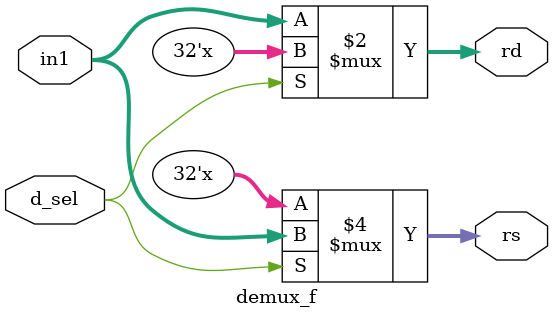
<source format=v>
module demux_f (
	input [31:0]  in1,
	input d_sel,
	output [31:0] rd, rs);


assign rd = (d_sel == 1'b0)? in1: 32'bx;
assign rs = (d_sel == 1'b1)? in1: 32'bx;

endmodule
</source>
